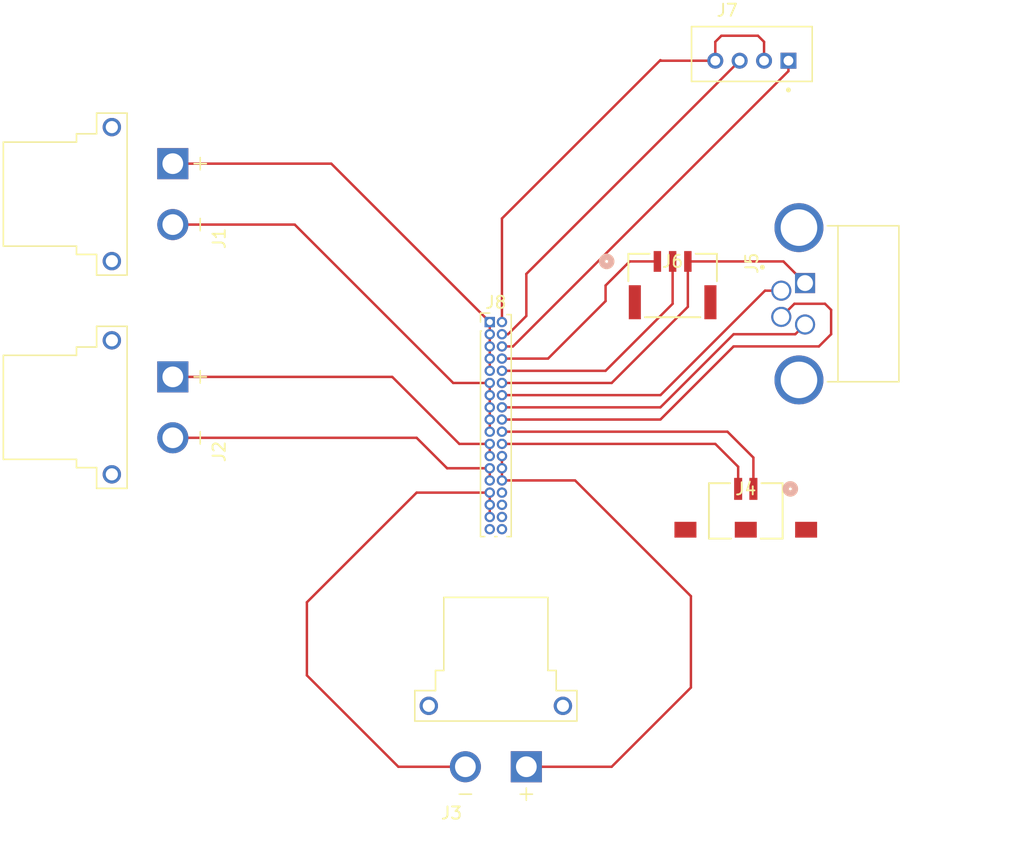
<source format=kicad_pcb>
(kicad_pcb (version 20241229) (generator "pcbnew") (generator_version "9.0")
  (layers (0 "F.Cu" signal) (2 "B.Cu" signal) (13 "F.Paste" user) (15 "B.Paste" user) (5 "F.SilkS" user "F.Silkscreen") (7 "B.SilkS" user "B.Silkscreen") (1 "F.Mask" user) (3 "B.Mask" user) (25 "Edge.Cuts" user))
  (net 0 "")
  (net 1 "/CAN High")
  (net 2 "/CAN Low")
  (net 3 "/Ref +")
  (net 4 "/Ref Data A")
  (net 5 "/Ref Data B")
  (net 6 "/REF {slash} UART GND")
  (net 7 "/UART 1 rx")
  (net 8 "/UART 1 tx")
  (net 9 "/I2C Clock")
  (net 10 "/I2C GND")
  (net 11 "/I2C Data")
  (net 12 "/Shooter +24V")
  (net 14 "/Mini PC GND")
  (net 15 "/Mini PC +24")
  (net 16 "/Pitch GND")
  (net 17 "/Shooter GND")
  (net 19 "/Pitch +24")
  (footprint "Connector_PinHeader_1.00mm:PinHeader_2x18_P1.00mm_Vertical" (layer "F.Cu") (at 92 89)
    (property "Reference" "J8" (at 0.5 -1.61 0) (layer "F.SilkS"))
    (property "Value" "Conn_02x18_Odd_Even")
    (fp_line (start -0.76 -0.735) (end 0 -0.735) (stroke (width 0.12)) (layer "F.SilkS"))
    (fp_line (start -0.76 0) (end -0.76 -0.735) (stroke (width 0.12)) (layer "F.SilkS"))
    (fp_line (start -0.76 0.735) (end -0.76 17.61) (stroke (width 0.12)) (layer "F.SilkS"))
    (fp_line (start -0.76 0.735) (end -0.685565 0.735) (stroke (width 0.12)) (layer "F.SilkS"))
    (fp_line (start -0.76 17.61) (end -0.41003 17.61) (stroke (width 0.12)) (layer "F.SilkS"))
    (fp_line (start 0.41003 17.61) (end 0.58997 17.61) (stroke (width 0.12)) (layer "F.SilkS"))
    (fp_line (start 1.41003 -0.61) (end 1.76 -0.61) (stroke (width 0.12)) (layer "F.SilkS"))
    (fp_line (start 1.41003 17.61) (end 1.76 17.61) (stroke (width 0.12)) (layer "F.SilkS"))
    (fp_line (start 1.76 -0.61) (end 1.76 17.61) (stroke (width 0.12)) (layer "F.SilkS"))
    (pad "1" thru_hole rect (at 0 0) (size 0.85 0.85) (drill 0.5) (layers "*.Cu" "*.Mask") (net 12 "/Shooter +24V"))
    (pad "2" thru_hole circle (at 1 0) (size 0.85 0.85) (drill 0.5) (layers "*.Cu" "*.Mask") (net 10 "/I2C GND"))
    (pad "3" thru_hole circle (at 0 1) (size 0.85 0.85) (drill 0.5) (layers "*.Cu" "*.Mask") (net 12 "/Shooter +24V"))
    (pad "4" thru_hole circle (at 1 1) (size 0.85 0.85) (drill 0.5) (layers "*.Cu" "*.Mask") (net 11 "/I2C Data"))
    (pad "5" thru_hole circle (at 0 2) (size 0.85 0.85) (drill 0.5) (layers "*.Cu" "*.Mask") (net 12 "/Shooter +24V"))
    (pad "6" thru_hole circle (at 1 2) (size 0.85 0.85) (drill 0.5) (layers "*.Cu" "*.Mask") (net 9 "/I2C Clock"))
    (pad "7" thru_hole circle (at 0 3) (size 0.85 0.85) (drill 0.5) (layers "*.Cu" "*.Mask") (net 12 "/Shooter +24V"))
    (pad "8" thru_hole circle (at 1 3) (size 0.85 0.85) (drill 0.5) (layers "*.Cu" "*.Mask") (net 8 "/UART 1 tx"))
    (pad "9" thru_hole circle (at 0 4) (size 0.85 0.85) (drill 0.5) (layers "*.Cu" "*.Mask") (net 12 "/Shooter +24V"))
    (pad "10" thru_hole circle (at 1 4) (size 0.85 0.85) (drill 0.5) (layers "*.Cu" "*.Mask") (net 7 "/UART 1 rx"))
    (pad "11" thru_hole circle (at 0 5) (size 0.85 0.85) (drill 0.5) (layers "*.Cu" "*.Mask") (net 17 "/Shooter GND"))
    (pad "12" thru_hole circle (at 1 5) (size 0.85 0.85) (drill 0.5) (layers "*.Cu" "*.Mask") (net 6 "/REF {slash} UART GND"))
    (pad "13" thru_hole circle (at 0 6) (size 0.85 0.85) (drill 0.5) (layers "*.Cu" "*.Mask") (net 17 "/Shooter GND"))
    (pad "14" thru_hole circle (at 1 6) (size 0.85 0.85) (drill 0.5) (layers "*.Cu" "*.Mask") (net 3 "/Ref +"))
    (pad "15" thru_hole circle (at 0 7) (size 0.85 0.85) (drill 0.5) (layers "*.Cu" "*.Mask") (net 17 "/Shooter GND"))
    (pad "16" thru_hole circle (at 1 7) (size 0.85 0.85) (drill 0.5) (layers "*.Cu" "*.Mask") (net 5 "/Ref Data B"))
    (pad "17" thru_hole circle (at 0 8) (size 0.85 0.85) (drill 0.5) (layers "*.Cu" "*.Mask") (net 17 "/Shooter GND"))
    (pad "18" thru_hole circle (at 1 8) (size 0.85 0.85) (drill 0.5) (layers "*.Cu" "*.Mask") (net 4 "/Ref Data A"))
    (pad "19" thru_hole circle (at 0 9) (size 0.85 0.85) (drill 0.5) (layers "*.Cu" "*.Mask") (net 17 "/Shooter GND"))
    (pad "20" thru_hole circle (at 1 9) (size 0.85 0.85) (drill 0.5) (layers "*.Cu" "*.Mask") (net 2 "/CAN Low"))
    (pad "21" thru_hole circle (at 0 10) (size 0.85 0.85) (drill 0.5) (layers "*.Cu" "*.Mask") (net 19 "/Pitch +24"))
    (pad "22" thru_hole circle (at 1 10) (size 0.85 0.85) (drill 0.5) (layers "*.Cu" "*.Mask") (net 1 "/CAN High"))
    (pad "23" thru_hole circle (at 0 11) (size 0.85 0.85) (drill 0.5) (layers "*.Cu" "*.Mask") (net 19 "/Pitch +24"))
    (pad "24" thru_hole circle (at 1 11) (size 0.85 0.85) (drill 0.5) (layers "*.Cu" "*.Mask") (net 15 "/Mini PC +24"))
    (pad "25" thru_hole circle (at 0 12) (size 0.85 0.85) (drill 0.5) (layers "*.Cu" "*.Mask") (net 16 "/Pitch GND"))
    (pad "26" thru_hole circle (at 1 12) (size 0.85 0.85) (drill 0.5) (layers "*.Cu" "*.Mask") (net 15 "/Mini PC +24"))
    (pad "27" thru_hole circle (at 0 13) (size 0.85 0.85) (drill 0.5) (layers "*.Cu" "*.Mask") (net 16 "/Pitch GND"))
    (pad "28" thru_hole circle (at 1 13) (size 0.85 0.85) (drill 0.5) (layers "*.Cu" "*.Mask") (net 15 "/Mini PC +24"))
    (pad "29" thru_hole circle (at 0 14) (size 0.85 0.85) (drill 0.5) (layers "*.Cu" "*.Mask") (net 14 "/Mini PC GND"))
    (pad "30" thru_hole circle (at 1 14) (size 0.85 0.85) (drill 0.5) (layers "*.Cu" "*.Mask"))
    (pad "31" thru_hole circle (at 0 15) (size 0.85 0.85) (drill 0.5) (layers "*.Cu" "*.Mask") (net 14 "/Mini PC GND"))
    (pad "32" thru_hole circle (at 1 15) (size 0.85 0.85) (drill 0.5) (layers "*.Cu" "*.Mask"))
    (pad "33" thru_hole circle (at 0 16) (size 0.85 0.85) (drill 0.5) (layers "*.Cu" "*.Mask") (net 14 "/Mini PC GND"))
    (pad "34" thru_hole circle (at 1 16) (size 0.85 0.85) (drill 0.5) (layers "*.Cu" "*.Mask"))
    (pad "35" thru_hole circle (at 0 17) (size 0.85 0.85) (drill 0.5) (layers "*.Cu" "*.Mask"))
    (pad "36" thru_hole circle (at 1 17) (size 0.85 0.85) (drill 0.5) (layers "*.Cu" "*.Mask"))
  )
  (footprint "Slipring:AMASS_XT30PW-F" (layer "F.Cu") (at 61 96 90)
    (property "Reference" "J2" (at -3.635 8.805 90) (layer "F.SilkS"))
    (property "Value" "Conn_01x02")
    (fp_line (start -4.27 -8.9) (end 4.27 -8.9) (stroke (width 0.127)) (layer "F.SilkS"))
    (fp_line (start 4.95 -2.9) (end 4.27 -2.9) (stroke (width 0.127)) (layer "F.SilkS"))
    (fp_line (start 4.27 -2.9) (end 4.27 -8.9) (stroke (width 0.127)) (layer "F.SilkS"))
    (fp_line (start -4.27 -2.9) (end -4.27 -8.9) (stroke (width 0.127)) (layer "F.SilkS"))
    (fp_line (start -4.95 -2.9) (end -4.27 -2.9) (stroke (width 0.127)) (layer "F.SilkS"))
    (fp_line (start 6.65 -1.25) (end 4.95 -1.25) (stroke (width 0.127)) (layer "F.SilkS"))
    (fp_line (start 4.95 -1.25) (end 4.95 -2.9) (stroke (width 0.127)) (layer "F.SilkS"))
    (fp_line (start -4.95 -1.25) (end -4.95 -2.9) (stroke (width 0.127)) (layer "F.SilkS"))
    (fp_line (start -6.65 -1.25) (end -4.95 -1.25) (stroke (width 0.127)) (layer "F.SilkS"))
    (fp_line (start 6.65 1.25) (end 6.65 -1.25) (stroke (width 0.127)) (layer "F.SilkS"))
    (fp_line (start 6.65 1.25) (end -6.65 1.25) (stroke (width 0.127)) (layer "F.SilkS"))
    (fp_line (start -6.65 1.25) (end -6.65 -1.25) (stroke (width 0.127)) (layer "F.SilkS"))
    (fp_line (start 2.5 6.75) (end 2.5 7.75) (stroke (width 0.127)) (layer "F.SilkS"))
    (fp_line (start 2 7.25) (end 3 7.25) (stroke (width 0.127)) (layer "F.SilkS"))
    (fp_line (start -3 7.25) (end -2 7.25) (stroke (width 0.127)) (layer "F.SilkS"))
    (pad "1" thru_hole rect (at 2.5 5 90) (size 2.55 2.55) (drill 1.7) (layers "*.Cu" "*.Mask") (net 19 "/Pitch +24"))
    (pad "2" thru_hole circle (at -2.5 5 90) (size 2.55 2.55) (drill 1.7) (layers "*.Cu" "*.Mask") (net 16 "/Pitch GND"))
    (pad "S1" thru_hole circle (at 5.5 0 90) (size 1.508 1.508) (drill 1) (layers "*.Cu" "*.Mask"))
    (pad "S2" thru_hole circle (at -5.5 0 90) (size 1.508 1.508) (drill 1) (layers "*.Cu" "*.Mask"))
  )
  (footprint "Slipring:JST_B4B-PH-K" (layer "F.Cu") (at 113.5 67)
    (property "Reference" "J7" (at -2.025 -3.585 0) (layer "F.SilkS"))
    (property "Value" "JST PH 4pin")
    (fp_line (start -4.95 -2.25) (end 4.95 -2.25) (stroke (width 0.127)) (layer "F.SilkS"))
    (fp_line (start -4.95 2.25) (end -4.95 -2.25) (stroke (width 0.127)) (layer "F.SilkS"))
    (fp_line (start 4.95 -2.25) (end 4.95 2.25) (stroke (width 0.127)) (layer "F.SilkS"))
    (fp_line (start 4.95 2.25) (end -4.95 2.25) (stroke (width 0.127)) (layer "F.SilkS"))
    (fp_circle (center 3 2.95) (end 3.1 2.95) (stroke (width 0.2)) (fill no) (layer "F.SilkS"))
    (pad "1" thru_hole rect (at 3 0.55) (size 1.308 1.308) (drill 0.8) (layers "*.Cu" "*.Mask") (net 9 "/I2C Clock"))
    (pad "2" thru_hole circle (at 1 0.55) (size 1.308 1.308) (drill 0.8) (layers "*.Cu" "*.Mask") (net 10 "/I2C GND"))
    (pad "3" thru_hole circle (at -1 0.55) (size 1.308 1.308) (drill 0.8) (layers "*.Cu" "*.Mask") (net 11 "/I2C Data"))
    (pad "4" thru_hole circle (at -3 0.55) (size 1.308 1.308) (drill 0.8) (layers "*.Cu" "*.Mask") (net 10 "/I2C GND"))
  )
  (footprint "Slipring:AMASS_XT30PW-F" (layer "F.Cu") (at 92.5 120.5)
    (property "Reference" "J3" (at -3.635 8.805 0) (layer "F.SilkS"))
    (property "Value" "Conn_01x02")
    (fp_line (start -6.65 -1.25) (end -4.95 -1.25) (stroke (width 0.127)) (layer "F.SilkS"))
    (fp_line (start -6.65 1.25) (end -6.65 -1.25) (stroke (width 0.127)) (layer "F.SilkS"))
    (fp_line (start -4.95 -2.9) (end -4.27 -2.9) (stroke (width 0.127)) (layer "F.SilkS"))
    (fp_line (start -4.95 -1.25) (end -4.95 -2.9) (stroke (width 0.127)) (layer "F.SilkS"))
    (fp_line (start -4.27 -8.9) (end 4.27 -8.9) (stroke (width 0.127)) (layer "F.SilkS"))
    (fp_line (start -4.27 -2.9) (end -4.27 -8.9) (stroke (width 0.127)) (layer "F.SilkS"))
    (fp_line (start -3 7.25) (end -2 7.25) (stroke (width 0.127)) (layer "F.SilkS"))
    (fp_line (start 2 7.25) (end 3 7.25) (stroke (width 0.127)) (layer "F.SilkS"))
    (fp_line (start 2.5 6.75) (end 2.5 7.75) (stroke (width 0.127)) (layer "F.SilkS"))
    (fp_line (start 4.27 -2.9) (end 4.27 -8.9) (stroke (width 0.127)) (layer "F.SilkS"))
    (fp_line (start 4.95 -2.9) (end 4.27 -2.9) (stroke (width 0.127)) (layer "F.SilkS"))
    (fp_line (start 4.95 -1.25) (end 4.95 -2.9) (stroke (width 0.127)) (layer "F.SilkS"))
    (fp_line (start 6.65 -1.25) (end 4.95 -1.25) (stroke (width 0.127)) (layer "F.SilkS"))
    (fp_line (start 6.65 1.25) (end -6.65 1.25) (stroke (width 0.127)) (layer "F.SilkS"))
    (fp_line (start 6.65 1.25) (end 6.65 -1.25) (stroke (width 0.127)) (layer "F.SilkS"))
    (pad "1" thru_hole rect (at 2.5 5) (size 2.55 2.55) (drill 1.7) (layers "*.Cu" "*.Mask") (net 15 "/Mini PC +24"))
    (pad "2" thru_hole circle (at -2.5 5) (size 2.55 2.55) (drill 1.7) (layers "*.Cu" "*.Mask") (net 14 "/Mini PC GND"))
    (pad "S1" thru_hole circle (at 5.5 0) (size 1.508 1.508) (drill 1) (layers "*.Cu" "*.Mask"))
    (pad "S2" thru_hole circle (at -5.5 0) (size 1.508 1.508) (drill 1) (layers "*.Cu" "*.Mask"))
  )
  (footprint "Slipring:AMASS_XT30PW-F" (layer "F.Cu") (at 61 78.5 90)
    (property "Reference" "J1" (at -3.635 8.805 90) (layer "F.SilkS"))
    (property "Value" "Conn_01x02")
    (fp_line (start -4.27 -8.9) (end 4.27 -8.9) (stroke (width 0.127)) (layer "F.SilkS"))
    (fp_line (start 4.95 -2.9) (end 4.27 -2.9) (stroke (width 0.127)) (layer "F.SilkS"))
    (fp_line (start 4.27 -2.9) (end 4.27 -8.9) (stroke (width 0.127)) (layer "F.SilkS"))
    (fp_line (start -4.27 -2.9) (end -4.27 -8.9) (stroke (width 0.127)) (layer "F.SilkS"))
    (fp_line (start -4.95 -2.9) (end -4.27 -2.9) (stroke (width 0.127)) (layer "F.SilkS"))
    (fp_line (start 6.65 -1.25) (end 4.95 -1.25) (stroke (width 0.127)) (layer "F.SilkS"))
    (fp_line (start 4.95 -1.25) (end 4.95 -2.9) (stroke (width 0.127)) (layer "F.SilkS"))
    (fp_line (start -4.95 -1.25) (end -4.95 -2.9) (stroke (width 0.127)) (layer "F.SilkS"))
    (fp_line (start -6.65 -1.25) (end -4.95 -1.25) (stroke (width 0.127)) (layer "F.SilkS"))
    (fp_line (start 6.65 1.25) (end 6.65 -1.25) (stroke (width 0.127)) (layer "F.SilkS"))
    (fp_line (start 6.65 1.25) (end -6.65 1.25) (stroke (width 0.127)) (layer "F.SilkS"))
    (fp_line (start -6.65 1.25) (end -6.65 -1.25) (stroke (width 0.127)) (layer "F.SilkS"))
    (fp_line (start 2.5 6.75) (end 2.5 7.75) (stroke (width 0.127)) (layer "F.SilkS"))
    (fp_line (start 2 7.25) (end 3 7.25) (stroke (width 0.127)) (layer "F.SilkS"))
    (fp_line (start -3 7.25) (end -2 7.25) (stroke (width 0.127)) (layer "F.SilkS"))
    (pad "1" thru_hole rect (at 2.5 5 90) (size 2.55 2.55) (drill 1.7) (layers "*.Cu" "*.Mask") (net 12 "/Shooter +24V"))
    (pad "2" thru_hole circle (at -2.5 5 90) (size 2.55 2.55) (drill 1.7) (layers "*.Cu" "*.Mask") (net 17 "/Shooter GND"))
    (pad "S1" thru_hole circle (at 5.5 0 90) (size 1.508 1.508) (drill 1) (layers "*.Cu" "*.Mask"))
    (pad "S2" thru_hole circle (at -5.5 0 90) (size 1.508 1.508) (drill 1) (layers "*.Cu" "*.Mask"))
  )
  (footprint "Slipring:CONN_BM03B-GHS-TBT_JST" (layer "F.Cu") (at 107 86)
    (property "Reference" "J6" (at 0 -1.9765 0) (layer "F.SilkS"))
    (property "Value" "JST GH 3pin")
    (fp_line (start -3.6322 -2.6035) (end -3.6322 -0.354186) (stroke (width 0.1524)) (layer "F.SilkS"))
    (fp_line (start -2.271959 2.603501) (end 2.271959 2.603501) (stroke (width 0.1524)) (layer "F.SilkS"))
    (fp_line (start -1.88754 -2.6035) (end -3.6322 -2.6035) (stroke (width 0.1524)) (layer "F.SilkS"))
    (fp_line (start 3.6322 -2.6035) (end 1.88754 -2.6035) (stroke (width 0.1524)) (layer "F.SilkS"))
    (fp_line (start 3.6322 -0.354186) (end 3.6322 -2.6035) (stroke (width 0.1524)) (layer "F.SilkS"))
    (fp_circle (center -5.4102 -1.9765) (end -5.0292 -1.9765) (stroke (width 0.508)) (fill no) (layer "F.SilkS"))
    (fp_circle (center -5.4102 -1.9765) (end -5.0292 -1.9765) (stroke (width 0.508)) (fill no) (layer "B.SilkS"))
    (pad "1" smd rect (at -1.25 -1.9765) (size 0.6096 1.7018) (layers "F.Cu" "F.Mask" "F.Paste") (net 8 "/UART 1 tx"))
    (pad "2" smd rect (at 0 -1.9765) (size 0.6096 1.7018) (layers "F.Cu" "F.Mask" "F.Paste") (net 7 "/UART 1 rx"))
    (pad "3" smd rect (at 1.25 -1.9765) (size 0.6096 1.7018) (layers "F.Cu" "F.Mask" "F.Paste") (net 6 "/REF {slash} UART GND"))
    (pad "4" smd rect (at -3.099999 1.373501) (size 0.9906 2.794) (layers "F.Cu" "F.Mask" "F.Paste"))
    (pad "5" smd rect (at 3.099999 1.373501) (size 0.9906 2.794) (layers "F.Cu" "F.Mask" "F.Paste"))
  )
  (footprint "Slipring:AMPHENOL_M8S-04PFFR-SF8001" (layer "F.Cu") (at 117.3625 87.5 -90)
    (property "Reference" "J5" (at -3.325 3.865 90) (layer "F.SilkS"))
    (property "Value" "M8 Aviator")
    (fp_line (start -6.4 -2.328) (end -6.4 -3.2) (stroke (width 0.127)) (layer "F.SilkS"))
    (fp_line (start -6.4 -3.2) (end 6.4 -3.2) (stroke (width 0.127)) (layer "F.SilkS"))
    (fp_line (start -6.4 -3.2) (end -6.4 -8.2) (stroke (width 0.127)) (layer "F.SilkS"))
    (fp_line (start 6.4 -3.2) (end 6.4 -2.328) (stroke (width 0.127)) (layer "F.SilkS"))
    (fp_line (start -6.4 -8.2) (end 6.4 -8.2) (stroke (width 0.127)) (layer "F.SilkS"))
    (fp_line (start 6.4 -8.2) (end 6.4 -3.2) (stroke (width 0.127)) (layer "F.SilkS"))
    (fp_circle (center -3 3) (end -2.9 3) (stroke (width 0.2)) (fill no) (layer "F.SilkS"))
    (pad "1" thru_hole rect (at -1.7 -0.5 270) (size 1.65 1.65) (drill 1.3) (layers "*.Cu" "*.Mask") (net 6 "/REF {slash} UART GND"))
    (pad "2" thru_hole circle (at -1.075 1.45 270) (size 1.65 1.65) (drill 1.3) (layers "*.Cu" "*.Mask") (net 3 "/Ref +"))
    (pad "3" thru_hole circle (at 1.7 -0.5 270) (size 1.65 1.65) (drill 1.3) (layers "*.Cu" "*.Mask") (net 5 "/Ref Data B"))
    (pad "4" thru_hole circle (at 1.075 1.45 270) (size 1.65 1.65) (drill 1.3) (layers "*.Cu" "*.Mask") (net 4 "/Ref Data A"))
    (pad "G1" thru_hole circle (at -6.25 0 270) (size 4.016 4.016) (drill 3) (layers "*.Cu" "*.Mask"))
    (pad "G2" thru_hole circle (at 6.25 0 270) (size 4.016 4.016) (drill 3) (layers "*.Cu" "*.Mask"))
  )
  (footprint "Slipring:CONN_BM02B-GHS-TBT_JST" (layer "F.Cu") (at 113 104.5)
    (property "Reference" "J4" (at 0 -1.8063 0) (layer "F.SilkS"))
    (property "Value" "JST GH 2pin")
    (fp_line (start -3.0226 -2.2733) (end -3.0226 2.273301) (stroke (width 0.1524)) (layer "F.SilkS"))
    (fp_line (start -3.0226 2.273301) (end -1.224203 2.273301) (stroke (width 0.1524)) (layer "F.SilkS"))
    (fp_line (start -1.28794 -2.2733) (end -3.0226 -2.2733) (stroke (width 0.1524)) (layer "F.SilkS"))
    (fp_line (start 1.224203 2.273301) (end 3.0226 2.273301) (stroke (width 0.1524)) (layer "F.SilkS"))
    (fp_line (start 3.0226 -2.2733) (end 1.28794 -2.2733) (stroke (width 0.1524)) (layer "F.SilkS"))
    (fp_line (start 3.0226 2.273301) (end 3.0226 -2.2733) (stroke (width 0.1524)) (layer "F.SilkS"))
    (fp_circle (center 3.6576 -1.8063) (end 4.0386 -1.8063) (stroke (width 0.508)) (fill no) (layer "F.SilkS"))
    (fp_circle (center 3.6576 -1.8063) (end 4.0386 -1.8063) (stroke (width 0.508)) (fill no) (layer "B.SilkS"))
    (pad "1" smd rect (at 0.625 -1.8063) (size 0.6604 1.8034) (layers "F.Cu" "F.Mask" "F.Paste") (net 2 "/CAN Low"))
    (pad "2" smd rect (at -0.625 -1.8063) (size 0.6604 1.8034) (layers "F.Cu" "F.Mask" "F.Paste") (net 1 "/CAN High"))
    (pad "3" smd rect (at -4.95 1.543701 90) (size 1.2954 1.8034) (layers "F.Cu" "F.Mask" "F.Paste"))
    (pad "4" smd rect (at 0 1.543701 90) (size 1.2954 1.8034) (layers "F.Cu" "F.Mask" "F.Paste"))
    (pad "5" smd rect (at 4.95 1.543701 90) (size 1.2954 1.8034) (layers "F.Cu" "F.Mask" "F.Paste"))
  )
  (segment (start 112.375 102.6937) (end 112.375 100.875) (width 0.2) (layer "F.Cu") (net 1))
  (segment (start 110.5 99) (end 93 99) (width 0.2) (layer "F.Cu") (net 1))
  (segment (start 112.375 100.875) (end 110.5 99) (width 0.2) (layer "F.Cu") (net 1))
  (segment (start 111.5 98) (end 113.625 100.125) (width 0.2) (layer "F.Cu") (net 2))
  (segment (start 93 98) (end 111.5 98) (width 0.2) (layer "F.Cu") (net 2))
  (segment (start 113.625 100.125) (end 113.625 102.6937) (width 0.2) (layer "F.Cu") (net 2))
  (segment (start 114.575 86.425) (end 106 95) (width 0.2) (layer "F.Cu") (net 3))
  (segment (start 115.9125 86.425) (end 114.575 86.425) (width 0.2) (layer "F.Cu") (net 3))
  (segment (start 106 95) (end 93 95) (width 0.2) (layer "F.Cu") (net 3))
  (segment (start 112 91) (end 106 97) (width 0.2) (layer "F.Cu") (net 4))
  (segment (start 119.5 87.5) (end 120 88) (width 0.2) (layer "F.Cu") (net 4))
  (segment (start 106 97) (end 93 97) (width 0.2) (layer "F.Cu") (net 4))
  (segment (start 115.9125 88.575) (end 116.9875 87.5) (width 0.2) (layer "F.Cu") (net 4))
  (segment (start 119 91) (end 112 91) (width 0.2) (layer "F.Cu") (net 4))
  (segment (start 120 88) (end 120 90) (width 0.2) (layer "F.Cu") (net 4))
  (segment (start 120 90) (end 119 91) (width 0.2) (layer "F.Cu") (net 4))
  (segment (start 116.9875 87.5) (end 119.5 87.5) (width 0.2) (layer "F.Cu") (net 4))
  (segment (start 117.8625 89.2) (end 117.0625 90) (width 0.2) (layer "F.Cu") (net 5))
  (segment (start 112 90) (end 106 96) (width 0.2) (layer "F.Cu") (net 5))
  (segment (start 117.0625 90) (end 112 90) (width 0.2) (layer "F.Cu") (net 5))
  (segment (start 106 96) (end 93 96) (width 0.2) (layer "F.Cu") (net 5))
  (segment (start 108.25 87.75) (end 102 94) (width 0.2) (layer "F.Cu") (net 6))
  (segment (start 102 94) (end 93 94) (width 0.2) (layer "F.Cu") (net 6))
  (segment (start 116.086 84.0235) (end 117.8625 85.8) (width 0.2) (layer "F.Cu") (net 6))
  (segment (start 108.25 84.0235) (end 108.25 87.75) (width 0.2) (layer "F.Cu") (net 6))
  (segment (start 108.25 84.0235) (end 116.086 84.0235) (width 0.2) (layer "F.Cu") (net 6))
  (segment (start 107 87.5) (end 101.5 93) (width 0.2) (layer "F.Cu") (net 7))
  (segment (start 107 84.0235) (end 107 87.5) (width 0.2) (layer "F.Cu") (net 7))
  (segment (start 101.5 93) (end 93 93) (width 0.2) (layer "F.Cu") (net 7))
  (segment (start 93 92) (end 96.779202 92) (width 0.2) (layer "F.Cu") (net 8))
  (segment (start 96.779202 92) (end 101.5 87.279202) (width 0.2) (layer "F.Cu") (net 8))
  (segment (start 101.5 86) (end 103.4765 84.0235) (width 0.2) (layer "F.Cu") (net 8))
  (segment (start 101.5 87.279202) (end 101.5 86) (width 0.2) (layer "F.Cu") (net 8))
  (segment (start 103.4765 84.0235) (end 105.75 84.0235) (width 0.2) (layer "F.Cu") (net 8))
  (segment (start 116.5 68.404) (end 93.904 91) (width 0.2) (layer "F.Cu") (net 9))
  (segment (start 116.5 67.55) (end 116.5 68.404) (width 0.2) (layer "F.Cu") (net 9))
  (segment (start 93.904 91) (end 93 91) (width 0.2) (layer "F.Cu") (net 9))
  (segment (start 106 67.5) (end 106.05 67.55) (width 0.2) (layer "F.Cu") (net 10))
  (segment (start 106.05 67.55) (end 110.5 67.55) (width 0.2) (layer "F.Cu") (net 10))
  (segment (start 110.5 67.55) (end 110.5 66) (width 0.2) (layer "F.Cu") (net 10))
  (segment (start 114 65.5) (end 114.5 66) (width 0.2) (layer "F.Cu") (net 10))
  (segment (start 93 80.5) (end 106 67.5) (width 0.2) (layer "F.Cu") (net 10))
  (segment (start 111 65.5) (end 114 65.5) (width 0.2) (layer "F.Cu") (net 10))
  (segment (start 110.5 66) (end 111 65.5) (width 0.2) (layer "F.Cu") (net 10))
  (segment (start 114.5 66) (end 114.5 67.55) (width 0.2) (layer "F.Cu") (net 10))
  (segment (start 93 89) (end 93 80.5) (width 0.2) (layer "F.Cu") (net 10))
  (segment (start 93.5 90) (end 93 90) (width 0.2) (layer "F.Cu") (net 11))
  (segment (start 95 85.05) (end 95 88.5) (width 0.2) (layer "F.Cu") (net 11))
  (segment (start 95 88.5) (end 93.5 90) (width 0.2) (layer "F.Cu") (net 11))
  (segment (start 112.5 67.55) (end 95 85.05) (width 0.2) (layer "F.Cu") (net 11))
  (segment (start 92 89) (end 92 90) (width 0.2) (layer "F.Cu") (net 12))
  (segment (start 66 76) (end 79 76) (width 0.2) (layer "F.Cu") (net 12))
  (segment (start 79 76) (end 92 89) (width 0.2) (layer "F.Cu") (net 12))
  (segment (start 92 91) (end 92 92) (width 0.2) (layer "F.Cu") (net 12))
  (segment (start 92 90) (end 92 91) (width 0.2) (layer "F.Cu") (net 12))
  (segment (start 92 92) (end 92 93) (width 0.2) (layer "F.Cu") (net 12))
  (segment (start 90 125.5) (end 84.5 125.5) (width 0.2) (layer "F.Cu") (net 14))
  (segment (start 84.5 125.5) (end 77 118) (width 0.2) (layer "F.Cu") (net 14))
  (segment (start 77 118) (end 77 112) (width 0.2) (layer "F.Cu") (net 14))
  (segment (start 86 103) (end 92 103) (width 0.2) (layer "F.Cu") (net 14))
  (segment (start 77 112) (end 86 103) (width 0.2) (layer "F.Cu") (net 14))
  (segment (start 92 103) (end 92 104) (width 0.2) (layer "F.Cu") (net 14))
  (segment (start 92 104) (end 92 105) (width 0.2) (layer "F.Cu") (net 14))
  (segment (start 99 102) (end 93 102) (width 0.2) (layer "F.Cu") (net 15))
  (segment (start 102 125.5) (end 108.5 119) (width 0.2) (layer "F.Cu") (net 15))
  (segment (start 93 101) (end 93 102) (width 0.2) (layer "F.Cu") (net 15))
  (segment (start 108.5 119) (end 108.5 111.5) (width 0.2) (layer "F.Cu") (net 15))
  (segment (start 93 100) (end 93 101) (width 0.2) (layer "F.Cu") (net 15))
  (segment (start 95 125.5) (end 102 125.5) (width 0.2) (layer "F.Cu") (net 15))
  (segment (start 108.5 111.5) (end 99 102) (width 0.2) (layer "F.Cu") (net 15))
  (segment (start 66 98.5) (end 86 98.5) (width 0.2) (layer "F.Cu") (net 16))
  (segment (start 88.5 101) (end 92 101) (width 0.2) (layer "F.Cu") (net 16))
  (segment (start 92 101) (end 92 102) (width 0.2) (layer "F.Cu") (net 16))
  (segment (start 86 98.5) (end 88.5 101) (width 0.2) (layer "F.Cu") (net 16))
  (segment (start 76 81) (end 89 94) (width 0.2) (layer "F.Cu") (net 17))
  (segment (start 92 96) (end 92 97) (width 0.2) (layer "F.Cu") (net 17))
  (segment (start 92 97) (end 92 98) (width 0.2) (layer "F.Cu") (net 17))
  (segment (start 92 95) (end 92 96) (width 0.2) (layer "F.Cu") (net 17))
  (segment (start 66 81) (end 76 81) (width 0.2) (layer "F.Cu") (net 17))
  (segment (start 92 94) (end 92 95) (width 0.2) (layer "F.Cu") (net 17))
  (segment (start 89 94) (end 92 94) (width 0.2) (layer "F.Cu") (net 17))
  (segment (start 66 93.5) (end 84 93.5) (width 0.2) (layer "F.Cu") (net 19))
  (segment (start 84 93.5) (end 89.5 99) (width 0.2) (layer "F.Cu") (net 19))
  (segment (start 89.5 99) (end 92 99) (width 0.2) (layer "F.Cu") (net 19))
  (segment (start 92 99) (end 92 100) (width 0.2) (layer "F.Cu") (net 19))
)
</source>
